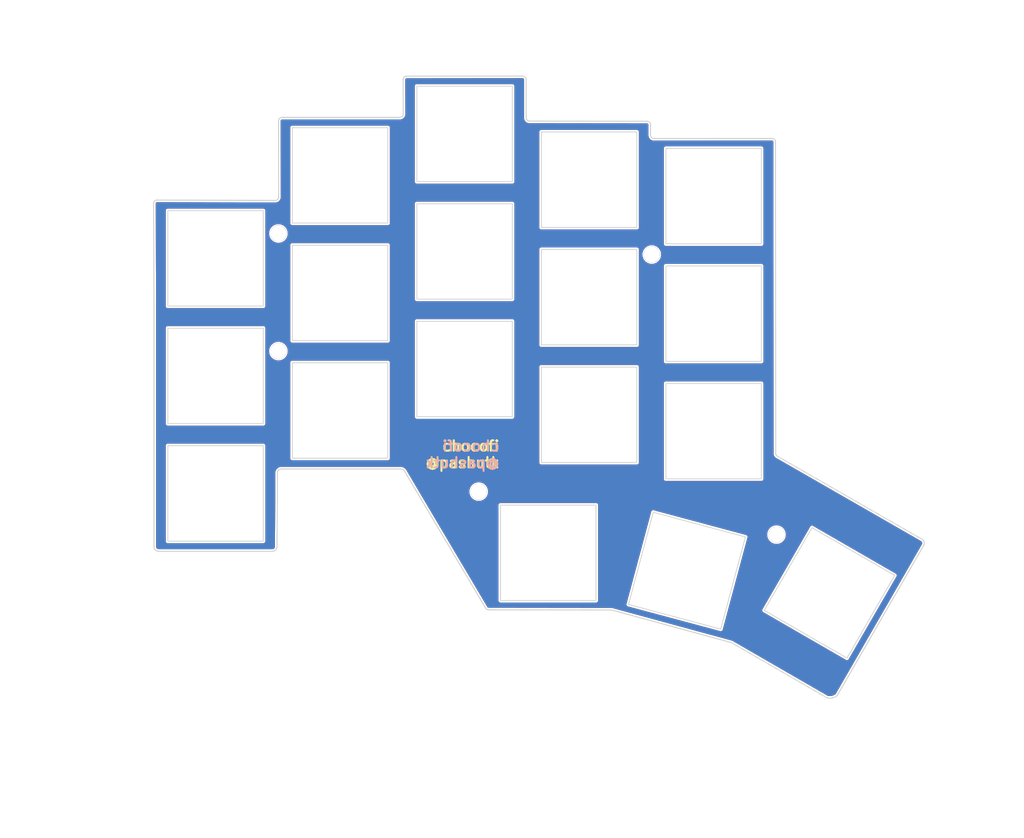
<source format=kicad_pcb>
(kicad_pcb (version 20210606) (generator pcbnew)
  (title_block (title "Corne Light") (date "2018-12-26") (rev "2.1") (company "foostan"))
  (layers (0 "F.Cu" signal) (31 "B.Cu" signal) (34 "B.Paste" user) (35 "F.Paste" user) (36 "B.SilkS" user "B.Silkscreen") (37 "F.SilkS" user "F.Silkscreen") (38 "B.Mask" user) (39 "F.Mask" user) (44 "Edge.Cuts" user))
  (net 0 "")
  (footprint "kbd:SW_Hole_choc" (layer "F.Cu") (at 85.91 70.4)
    (fp_text reference "SW2" hide)
    (fp_text value "SW_PUSH" hide)
    (fp_rect (start -6.9 -6.9) (end 6.9 6.9) (layer "Edge.Cuts") (width 0.12) (fill none))
  )
  (footprint "kbd:SW_Hole_choc" (layer "F.Cu") (at 103.91 58.4)
    (fp_text reference "SW3" hide)
    (fp_text value "SW_PUSH" hide)
    (fp_rect (start -6.9 -6.9) (end 6.9 6.9) (layer "Edge.Cuts") (width 0.12) (fill none))
  )
  (footprint "kbd:SW_Hole_choc" (layer "F.Cu") (at 121.91 52.4)
    (fp_text reference "SW4" hide)
    (fp_text value "SW_PUSH" hide)
    (fp_rect (start -6.9 -6.9) (end 6.9 6.9) (layer "Edge.Cuts") (width 0.12) (fill none))
  )
  (footprint "kbd:SW_Hole_choc" (layer "F.Cu") (at 139.91 59.02)
    (fp_text reference "SW5" hide)
    (fp_text value "SW_PUSH" hide)
    (fp_rect (start -6.9 -6.9) (end 6.9 6.9) (layer "Edge.Cuts") (width 0.12) (fill none))
  )
  (footprint "kbd:SW_Hole_choc" (layer "F.Cu") (at 157.91 61.4)
    (fp_text reference "SW6" hide)
    (fp_text value "SW_PUSH" hide)
    (fp_rect (start -6.9 -6.9) (end 6.9 6.9) (layer "Edge.Cuts") (width 0.12) (fill none))
  )
  (footprint "kbd:SW_Hole_choc" (layer "F.Cu") (at 85.91 87.4)
    (fp_text reference "SW8" hide)
    (fp_text value "SW_PUSH" hide)
    (fp_rect (start -6.9 -6.9) (end 6.9 6.9) (layer "Edge.Cuts") (width 0.12) (fill none))
  )
  (footprint "kbd:SW_Hole_choc" (layer "F.Cu") (at 103.91 75.4)
    (fp_text reference "SW9" hide)
    (fp_text value "SW_PUSH" hide)
    (fp_rect (start -6.9 -6.9) (end 6.9 6.9) (layer "Edge.Cuts") (width 0.12) (fill none))
  )
  (footprint "kbd:SW_Hole_choc" (layer "F.Cu") (at 121.91 69.4)
    (fp_text reference "SW10" hide)
    (fp_text value "SW_PUSH" hide)
    (fp_rect (start -6.9 -6.9) (end 6.9 6.9) (layer "Edge.Cuts") (width 0.12) (fill none))
  )
  (footprint "kbd:SW_Hole_choc" (layer "F.Cu") (at 139.91 76.02)
    (fp_text reference "SW11" hide)
    (fp_text value "SW_PUSH" hide)
    (fp_rect (start -6.9 -6.9) (end 6.9 6.9) (layer "Edge.Cuts") (width 0.12) (fill none))
  )
  (footprint "kbd:SW_Hole_choc" (layer "F.Cu") (at 157.91 78.4)
    (fp_text reference "SW12" hide)
    (fp_text value "SW_PUSH" hide)
    (fp_rect (start -6.9 -6.9) (end 6.9 6.9) (layer "Edge.Cuts") (width 0.12) (fill none))
  )
  (footprint "kbd:SW_Hole_choc" (layer "F.Cu") (at 85.91 104.4)
    (fp_text reference "SW14" hide)
    (fp_text value "SW_PUSH" hide)
    (fp_rect (start -6.9 -6.9) (end 6.9 6.9) (layer "Edge.Cuts") (width 0.12) (fill none))
  )
  (footprint "kbd:SW_Hole_choc" (layer "F.Cu") (at 103.91 92.4)
    (fp_text reference "SW15" hide)
    (fp_text value "SW_PUSH" hide)
    (fp_rect (start -6.9 -6.9) (end 6.9 6.9) (layer "Edge.Cuts") (width 0.12) (fill none))
  )
  (footprint "kbd:SW_Hole_choc" (layer "F.Cu") (at 121.91 86.4)
    (fp_text reference "SW16" hide)
    (fp_text value "SW_PUSH" hide)
    (fp_rect (start -6.9 -6.9) (end 6.9 6.9) (layer "Edge.Cuts") (width 0.12) (fill none))
  )
  (footprint "kbd:SW_Hole_choc" (layer "F.Cu") (at 139.91 93.025)
    (fp_text reference "SW17" hide)
    (fp_text value "SW_PUSH" hide)
    (fp_rect (start -6.9 -6.9) (end 6.9 6.9) (layer "Edge.Cuts") (width 0.12) (fill none))
  )
  (footprint "kbd:SW_Hole_choc" (layer "F.Cu") (at 157.91 95.4)
    (fp_text reference "SW18" hide)
    (fp_text value "SW_PUSH" hide)
    (fp_rect (start -6.9 -6.9) (end 6.9 6.9) (layer "Edge.Cuts") (width 0.12) (fill none))
  )
  (footprint "kbd:SW_Hole_choc" (layer "F.Cu") (at 134.01 112.99 180)
    (fp_text reference "SW19" hide)
    (fp_text value "SW_PUSH" hide)
    (fp_rect (start -6.9 -6.9) (end 6.9 6.9) (layer "Edge.Cuts") (width 0.12) (fill none))
  )
  (footprint "kbd:SW_Hole_choc" (layer "F.Cu") (at 154.06 115.58 165)
    (fp_text reference "SW20" hide)
    (fp_text value "SW_PUSH" hide)
    (fp_rect (start -6.9 -6.9) (end 6.9 6.9) (layer "Edge.Cuts") (width 0.12) (fill none))
  )
  (footprint "kbd:SW_Hole_choc" (layer "F.Cu") (at 174.66 118.79 -120)
    (fp_text reference "SW21" hide)
    (fp_text value "SW_PUSH" hide)
    (fp_rect (start -6.9 -6.9) (end 6.9 6.9) (layer "Edge.Cuts") (width 0.12) (fill none))
  )
  (footprint "kbd:M2_Threads_v2" (layer "F.Cu") (at 95 66.802)
    (fp_text reference "h6" hide)
    (fp_text value "h6" hide)
    (pad "" thru_hole circle (at 0 0) (size 2.3 2.3) (drill 2.3) (layers *.Cu *.Mask))
  )
  (footprint "kbd:M2_Threads_v2" (layer "F.Cu") (at 148.971 69.85)
    (fp_text reference "h7" hide)
    (fp_text value "h7" hide)
    (pad "" thru_hole circle (at 0 0) (size 2.3 2.3) (drill 2.3) (layers *.Cu *.Mask))
  )
  (footprint "kbd:M2_Threads_v2" (layer "F.Cu") (at 123.952 104.14)
    (fp_text reference "h4" hide)
    (fp_text value "h4" hide)
    (pad "" thru_hole circle (at 0 0) (size 2.3 2.3) (drill 2.3) (layers *.Cu *.Mask))
  )
  (footprint "kbd:M2_Threads_v2" (layer "F.Cu") (at 167.005 110.363)
    (fp_text reference "h3" hide)
    (fp_text value "h3" hide)
    (pad "" thru_hole circle (at 0 0) (size 2.3 2.3) (drill 2.3) (layers *.Cu *.Mask))
  )
  (footprint "kbd:M2_Threads_v2" (layer "F.Cu") (at 95 83.82)
    (fp_text reference "h5" hide)
    (fp_text value "h5" hide)
    (pad "" thru_hole circle (at 0 0) (size 2.3 2.3) (drill 2.3) (layers *.Cu *.Mask))
  )
  (gr_line (start 94.540847 62.014447) (end 77.4192 61.976) (angle 90) (layer "Edge.Cuts") (width 0.15))
  (gr_line (start 175.768 133.6548) (end 188.304 111.884) (layer "Edge.Cuts") (width 0.15))
  (gr_line (start 160.4772 125.984) (end 174.288668 133.9596) (layer "Edge.Cuts") (width 0.15))
  (gr_line (start 125.3744 121.240811) (end 143.1544 121.2596) (layer "Edge.Cuts") (width 0.15))
  (gr_arc (start 166.360498 53.568325) (end 166.360498 53.055) (angle 76.6730907) (layer "Edge.Cuts") (width 0.15))
  (gr_line (start 166.360498 53.055) (end 149.2932 53.06902) (angle 90) (layer "Edge.Cuts") (width 0.15))
  (gr_arc (start 94.540847 61.514447) (end 95.040847 61.514447) (angle 90) (layer "Edge.Cuts") (width 0.15))
  (gr_arc (start 95.51712 50.50682) (end 95.01712 50.50682) (angle 90) (layer "Edge.Cuts") (width 0.15))
  (gr_line (start 130.31 44.0362) (end 113.53 44.049553) (angle 90) (layer "Edge.Cuts") (width 0.15))
  (gr_line (start 130.81 50.0534) (end 130.81 44.5362) (angle 90) (layer "Edge.Cuts") (width 0.15))
  (gr_line (start 148.2932 50.56902) (end 131.31 50.5534) (angle 90) (layer "Edge.Cuts") (width 0.15))
  (gr_line (start 148.7932 52.56902) (end 148.7932 51.06902) (angle 90) (layer "Edge.Cuts") (width 0.15))
  (gr_line (start 95.01712 50.50682) (end 95.040847 61.514447) (angle 90) (layer "Edge.Cuts") (width 0.15))
  (gr_line (start 112.54712 50.00682) (end 95.51712 50.00682) (angle 90) (layer "Edge.Cuts") (width 0.15))
  (gr_line (start 113.03 44.549553) (end 113.04712 49.50682) (angle 90) (layer "Edge.Cuts") (width 0.15))
  (gr_arc (start 112.54712 49.50682) (end 113.04712 49.50682) (angle 90) (layer "Edge.Cuts") (width 0.15))
  (gr_arc (start 113.53 44.549553) (end 113.03 44.549553) (angle 90) (layer "Edge.Cuts") (width 0.15))
  (gr_arc (start 130.31 44.5362) (end 130.31 44.0362) (angle 90) (layer "Edge.Cuts") (width 0.15))
  (gr_arc (start 131.31 50.0534) (end 131.31 50.5534) (angle 90) (layer "Edge.Cuts") (width 0.15))
  (gr_arc (start 148.2932 51.06902) (end 148.2932 50.56902) (angle 90) (layer "Edge.Cuts") (width 0.15))
  (gr_arc (start 149.2932 52.56902) (end 149.2932 53.06902) (angle 90) (layer "Edge.Cuts") (width 0.15))
  (gr_line (start 95.4532 100.862652) (end 112.6236 100.862652) (layer "Edge.Cuts") (width 0.15))
  (gr_line (start 94.8436 105.5624) (end 94.8436 101.472252) (layer "Edge.Cuts") (width 0.15))
  (gr_arc (start 112.6236 101.6) (end 112.6236 100.862652) (angle 65.55604522) (layer "Edge.Cuts") (width 0.15))
  (gr_arc (start 125.3744 120.7008) (end 125.0188 121.1072) (angle -41.18592517) (layer "Edge.Cuts") (width 0.15))
  (gr_arc (start 174.728694 132.35291) (end 174.288668 133.959599) (angle -53.9166717) (layer "Edge.Cuts") (width 0.15))
  (gr_line (start 77.0128 93.7768) (end 77.0128 110.744) (layer "Edge.Cuts") (width 0.15))
  (gr_line (start 76.962 62.4332) (end 77.0128 76.708) (layer "Edge.Cuts") (width 0.15))
  (gr_line (start 166.86 53.45) (end 166.89 98.74) (angle 90) (layer "Edge.Cuts") (width 0.15))
  (gr_line (start 94.7928 112.1156) (end 94.8436 105.5624) (layer "Edge.Cuts") (width 0.15))
  (gr_arc (start 95.4532 101.472252) (end 94.8436 101.472252) (angle 90) (layer "Edge.Cuts") (width 0.15))
  (gr_arc (start 167.50391 98.483445) (end 167.28 99.11) (angle 47.65458384) (layer "Edge.Cuts") (width 0.15))
  (gr_arc (start 94.1324 112.1156) (end 94.1324 112.776) (angle -90) (layer "Edge.Cuts") (width 0.15))
  (gr_line (start 77.0128 112.1156) (end 77.0128 110.744) (layer "Edge.Cuts") (width 0.15))
  (gr_line (start 188.021631 111.020019) (end 167.28 99.11) (layer "Edge.Cuts") (width 0.15))
  (gr_line (start 77.0128 76.708) (end 77.0128 93.7768) (layer "Edge.Cuts") (width 0.15))
  (gr_arc (start 187.71 111.6) (end 188.304 111.884) (angle -87.30340306) (layer "Edge.Cuts") (width 0.15))
  (gr_line (start 113.294857 101.294883) (end 125.0188 121.1072) (layer "Edge.Cuts") (width 0.15))
  (gr_arc (start 77.4192 62.4332) (end 77.4192 61.976) (angle -90) (layer "Edge.Cuts") (width 0.15))
  (gr_line (start 77.6732 112.776) (end 94.1324 112.776) (layer "Edge.Cuts") (width 0.15))
  (gr_line (start 143.1544 121.2596) (end 160.4772 125.984) (layer "Edge.Cuts") (width 0.15))
  (gr_arc (start 77.6732 112.1156) (end 77.0128 112.1156) (angle -90) (layer "Edge.Cuts") (width 0.15))
  (gr_text "chocofi\n@pashutk" (at 127.13 98.75) (layer "B.SilkS") (effects (font (size 1.5 1.5) (thickness 0.3)) (justify left mirror)))
  (gr_text "chocofi\n@pashutk" (at 127.12 98.75) (layer "F.SilkS") (effects (font (size 1.5 1.5) (thickness 0.3)) (justify right)))
  (zone (net 0) (net_name "") (layers F&B.Cu) (connect_pads (clearance 0)) (min_thickness 0.254) (fill yes (thermal_gap 0.508) (thermal_bridge_width 0.508))
    (polygon (pts (xy 202.79 154.28) (xy 54.75 142.08) (xy 68.58 43.98) (xy 180.26 33.03)))
  )
)
</source>
